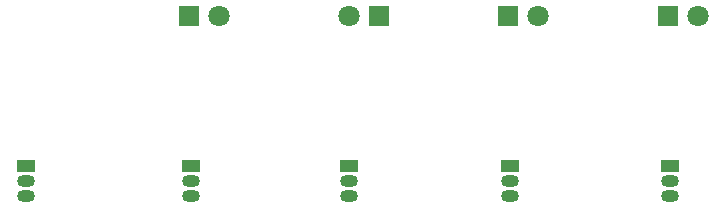
<source format=gbr>
%TF.GenerationSoftware,KiCad,Pcbnew,8.0.6*%
%TF.CreationDate,2024-11-05T10:43:43+02:00*%
%TF.ProjectId,led_control_system,6c65645f-636f-46e7-9472-6f6c5f737973,rev?*%
%TF.SameCoordinates,Original*%
%TF.FileFunction,Soldermask,Bot*%
%TF.FilePolarity,Negative*%
%FSLAX46Y46*%
G04 Gerber Fmt 4.6, Leading zero omitted, Abs format (unit mm)*
G04 Created by KiCad (PCBNEW 8.0.6) date 2024-11-05 10:43:43*
%MOMM*%
%LPD*%
G01*
G04 APERTURE LIST*
%ADD10R,1.500000X1.050000*%
%ADD11O,1.500000X1.050000*%
%ADD12R,1.800000X1.800000*%
%ADD13C,1.800000*%
G04 APERTURE END LIST*
D10*
%TO.C,Q3*%
X158460000Y-89230000D03*
D11*
X158460000Y-90500000D03*
X158460000Y-91770000D03*
%TD*%
D10*
%TO.C,Q1*%
X131140000Y-89230000D03*
D11*
X131140000Y-90500000D03*
X131140000Y-91770000D03*
%TD*%
D12*
%TO.C,D3*%
X171960000Y-76500000D03*
D13*
X174500000Y-76500000D03*
%TD*%
D12*
%TO.C,D4*%
X185460000Y-76500000D03*
D13*
X188000000Y-76500000D03*
%TD*%
D12*
%TO.C,D1*%
X144960000Y-76500000D03*
D13*
X147500000Y-76500000D03*
%TD*%
D10*
%TO.C,Q4*%
X172140000Y-89230000D03*
D11*
X172140000Y-90500000D03*
X172140000Y-91770000D03*
%TD*%
D10*
%TO.C,Q5*%
X185640000Y-89230000D03*
D11*
X185640000Y-90500000D03*
X185640000Y-91770000D03*
%TD*%
D12*
%TO.C,D2*%
X161040000Y-76500000D03*
D13*
X158500000Y-76500000D03*
%TD*%
D10*
%TO.C,Q2*%
X145140000Y-89230000D03*
D11*
X145140000Y-90500000D03*
X145140000Y-91770000D03*
%TD*%
M02*

</source>
